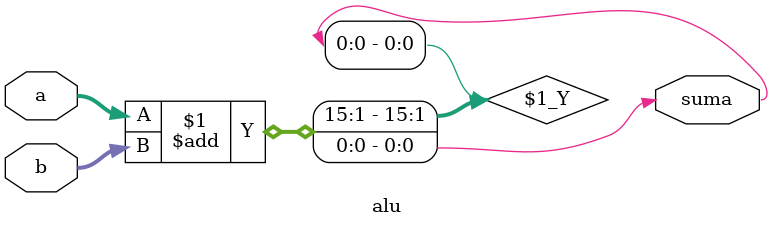
<source format=v>
`timescale 1ns / 1ps


module alu(

    input [15:0] a,
    input [15:0] b,
    output suma
    );
    

    assign suma = a + b;
    
    
endmodule

</source>
